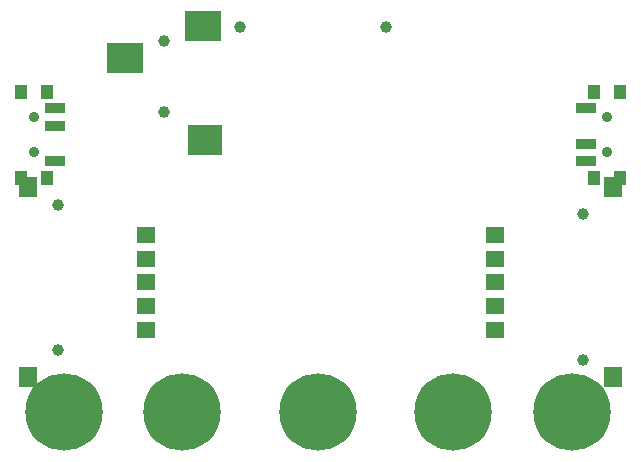
<source format=gbr>
G04 DipTrace 3.3.1.1*
G04 BottomMask.gbr*
%MOIN*%
G04 #@! TF.FileFunction,Soldermask,Bot*
G04 #@! TF.Part,Single*
%ADD35C,0.03937*%
%ADD36C,0.035433*%
%ADD41R,0.03937X0.047244*%
%ADD44R,0.062992X0.055118*%
%ADD46R,0.062992X0.066929*%
%ADD49R,0.066929X0.035433*%
%ADD54R,0.124016X0.102362*%
%ADD56R,0.112205X0.102362*%
%ADD62C,0.257874*%
%FSLAX26Y26*%
G04*
G70*
G90*
G75*
G01*
G04 BotMask*
%LPD*%
D62*
X551181Y629923D3*
X944882D3*
X1397638D3*
X1850394D3*
X2244094D3*
D56*
X1020669Y1536173D3*
D54*
X756890Y1811764D3*
X1014764Y1918063D3*
D35*
X885827Y1866882D3*
Y1630661D3*
D49*
X2293307Y1643702D3*
Y1525592D3*
Y1466537D3*
D41*
X2318898Y1698820D3*
X2405512D3*
X2318898Y1411419D3*
X2405512D3*
D36*
X2362205Y1614175D3*
Y1496064D3*
D49*
X521654Y1466537D3*
Y1584647D3*
Y1643702D3*
D41*
X496063Y1411419D3*
X409449D3*
X496063Y1698820D3*
X409449D3*
D36*
X452756Y1496064D3*
Y1614175D3*
D46*
X2381890Y1379923D3*
Y746064D3*
D44*
X1988189Y1062993D3*
Y1141734D3*
Y984253D3*
Y905513D3*
Y1220474D3*
D35*
X2283465Y805119D3*
Y1289371D3*
X1139764Y1913387D3*
X1624016D3*
D46*
X433071Y746064D3*
Y1379923D3*
D44*
X826772Y1062993D3*
Y984253D3*
Y1141734D3*
Y1220474D3*
Y905513D3*
D35*
X531496Y1320867D3*
Y836615D3*
M02*

</source>
